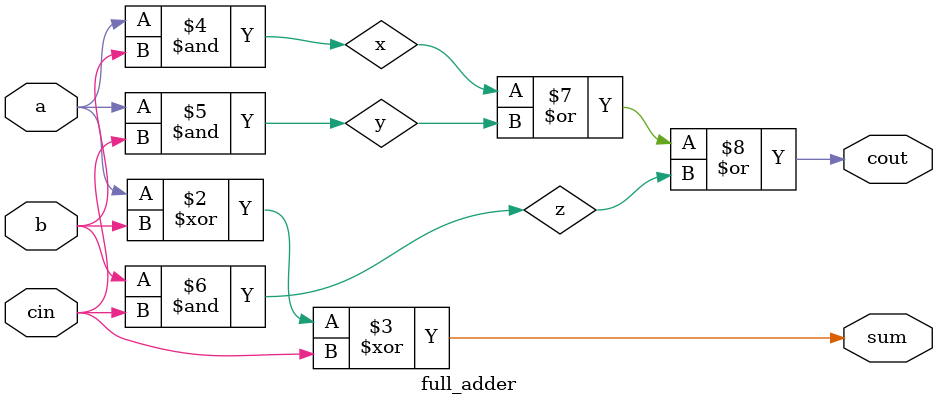
<source format=v>
module full_adder(a,b,cin,sum,cout);
input a,b,cin;
output reg sum,cout;
reg x,y,z;

always @(a or b or cin)
begin
    sum=(a^b)^cin;
    x=a&b;
    y=a&cin;
    z=b&cin;
    cout=(x|y|z);
end
endmodule

</source>
